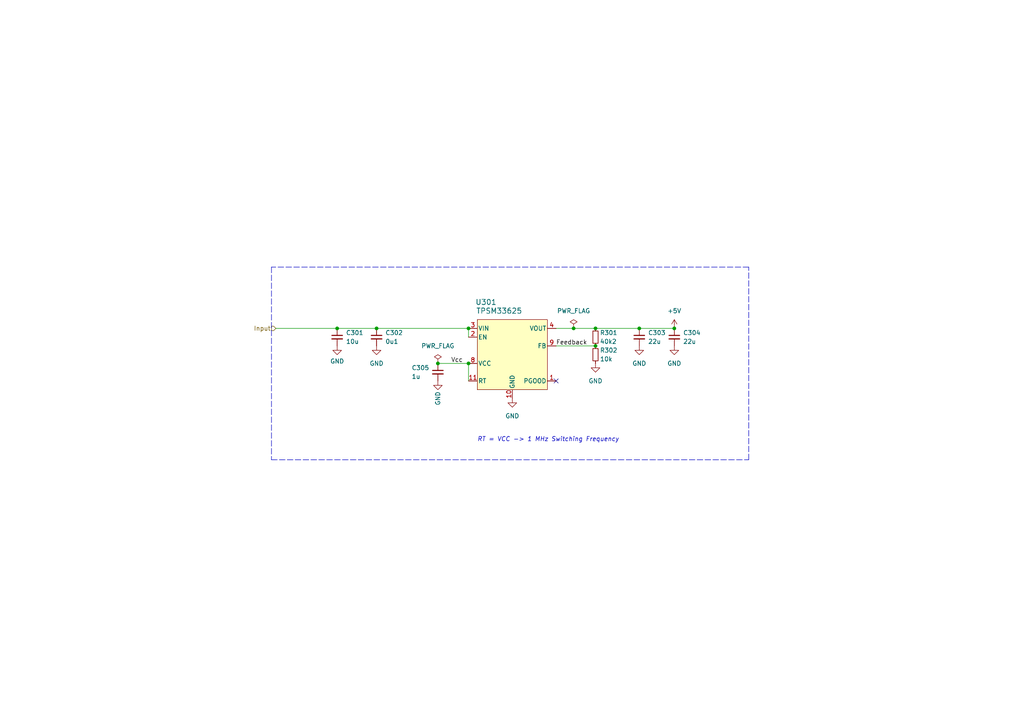
<source format=kicad_sch>
(kicad_sch (version 20231120) (generator "eeschema") (generator_version "8.0")
  (paper "A4")
  (title_block (title "Power Supply") (date "2023-08-08") (rev "3") (company "+5V"))
  (lib_symbols
    (symbol "Device:C_Small" (pin_numbers hide) (pin_names (offset 0.254) hide)
      (property "Reference" "C" (at 0.254 1.778 0))
      (property "Value" "C_Small" (at 0.254 -2.032 0))
      (symbol "C_Small_0_1"
        (polyline (pts (xy -1.524 -0.508) (xy 1.524 -0.508)) (stroke (width 0.3302)))
        (polyline (pts (xy -1.524 0.508) (xy 1.524 0.508)) (stroke (width 0.3048)))
      )
      (symbol "C_Small_1_1"
        (pin passive line (at 0 2.54 270) (length 2.032) (name "~") (number "1"))
        (pin passive line (at 0 -2.54 90) (length 2.032) (name "~") (number "2"))
      )
    )
    (symbol "Device:R_Small" (pin_numbers hide) (pin_names (offset 0.254) hide)
      (property "Reference" "R" (at 0.762 0.508 0))
      (property "Value" "R_Small" (at 0.762 -1.016 0))
      (symbol "R_Small_0_1"
        (rectangle (start -0.762 1.778) (end 0.762 -1.778) (stroke (width 0.2032)))
      )
      (symbol "R_Small_1_1"
        (pin passive line (at 0 2.54 270) (length 0.762) (name "~") (number "1"))
        (pin passive line (at 0 -2.54 90) (length 0.762) (name "~") (number "2"))
      )
    )
    (symbol "V2_Converter_DCDC:TPSM33625" (pin_names (offset 0.254))
      (property "Reference" "U" (at -7.62 15.24 0))
      (property "Value" "TPSM33625" (at -7.62 12.7 0))
      (symbol "TPSM33625_0_1"
        (rectangle (start -10.16 10.16) (end 10.16 -10.16) (fill (type background)))
      )
      (symbol "TPSM33625_1_1"
        (pin output line (at 12.7 -7.62 180) (length 2.54) (name "PGOOD") (number "1"))
        (pin power_in line (at 0 -12.7 90) (length 2.54) (name "GND") (number "10"))
        (pin input line (at -12.7 -7.62 0) (length 2.54) (name "RT") (number "11"))
        (pin input line (at -12.7 5.08 0) (length 2.54) (name "EN") (number "2"))
        (pin power_in line (at -12.7 7.62 0) (length 2.54) (name "VIN") (number "3"))
        (pin power_in line (at 12.7 7.62 180) (length 2.54) (name "VOUT") (number "4"))
        (pin no_connect line (at 0 -30.48 180) (length 2.54) hide (name "SW") (number "5"))
        (pin no_connect line (at 0 -33.02 180) (length 2.54) hide (name "SW") (number "6"))
        (pin no_connect line (at 0 -27.94 180) (length 2.54) hide (name "BOOT") (number "7"))
        (pin power_in line (at -12.7 -2.54 0) (length 2.54) (name "VCC") (number "8"))
        (pin bidirectional line (at 12.7 2.54 180) (length 2.54) (name "FB") (number "9"))
      )
    )
    (symbol "power:+5V" (power) (pin_names (offset 0))
      (property "Value" "+5V" (at 0 3.556 0))
      (symbol "+5V_0_1"
        (polyline (pts (xy -0.762 1.27) (xy 0 2.54)))
        (polyline (pts (xy 0 0) (xy 0 2.54)))
        (polyline (pts (xy 0 2.54) (xy 0.762 1.27)))
      )
      (symbol "+5V_1_1"
        (pin power_in line (at 0 0 90) (length 0) hide (name "+5V") (number "1"))
      )
    )
    (symbol "power:GND" (power) (pin_names (offset 0))
      (property "Value" "GND" (at 0 -3.81 0))
      (symbol "GND_0_1"
        (polyline (pts (xy 0 0) (xy 0 -1.27) (xy 1.27 -1.27) (xy 0 -2.54) (xy -1.27 -1.27) (xy 0 -1.27)))
      )
      (symbol "GND_1_1"
        (pin power_in line (at 0 0 270) (length 0) hide (name "GND") (number "1"))
      )
    )
    (symbol "power:PWR_FLAG" (power) (pin_numbers hide) (pin_names (offset 0) hide)
      (property "Value" "PWR_FLAG" (at 0 3.81 0))
      (symbol "PWR_FLAG_0_0"
        (pin power_out line (at 0 0 90) (length 0) (name "pwr") (number "1"))
      )
      (symbol "PWR_FLAG_0_1"
        (polyline (pts (xy 0 0) (xy 0 1.27) (xy -1.016 1.905) (xy 0 2.54) (xy 1.016 1.905) (xy 0 1.27)))
      )
    )
  )
  (junction (at 166.37 95.25))
  (junction (at 127 105.41))
  (junction (at 185.42 95.25))
  (junction (at 135.89 105.41))
  (junction (at 97.79 95.25))
  (junction (at 135.89 95.25))
  (junction (at 172.72 95.25))
  (junction (at 109.22 95.25))
  (junction (at 172.72 100.33))
  (junction (at 195.58 95.25))
  (no_connect (at 161.29 110.49))
  (wire (pts (xy 135.89 105.41) (xy 135.89 110.49)))
  (wire (pts (xy 80.01 95.25) (xy 97.79 95.25)))
  (polyline (pts (xy 78.74 77.47) (xy 78.74 133.35)) (stroke (width 0) (type dash)))
  (wire (pts (xy 97.79 95.25) (xy 109.22 95.25)))
  (polyline (pts (xy 78.74 133.35) (xy 217.17 133.35)) (stroke (width 0) (type dash)))
  (wire (pts (xy 127 105.41) (xy 135.89 105.41)))
  (wire (pts (xy 161.29 100.33) (xy 172.72 100.33)))
  (wire (pts (xy 185.42 95.25) (xy 195.58 95.25)))
  (wire (pts (xy 109.22 95.25) (xy 135.89 95.25)))
  (wire (pts (xy 166.37 95.25) (xy 172.72 95.25)))
  (wire (pts (xy 172.72 95.25) (xy 185.42 95.25)))
  (polyline (pts (xy 217.17 77.47) (xy 78.74 77.47)) (stroke (width 0) (type dash)))
  (wire (pts (xy 161.29 95.25) (xy 166.37 95.25)))
  (wire (pts (xy 135.89 95.25) (xy 135.89 97.79)))
  (polyline (pts (xy 217.17 133.35) (xy 217.17 77.47)) (stroke (width 0) (type dash)))
  (text "RT = VCC -> 1 MHz Switching Frequency" (at 138.43 128.27 0) (effects (font (size 1.27 1.27) (italic yes)) (justify left bottom)))
  (label "Vcc" (at 130.81 105.41 0))
  (label "Feedback" (at 161.29 100.33 0))
  (hierarchical_label "Input" (shape input) (at 80.01 95.25 180))
  (symbol (lib_id "power:PWR_FLAG") (at 166.37 95.25 0) (unit 1)
    (property "Reference" "#FLG0301" (effects (hide yes)))
    (property "Value" "PWR_FLAG" (at 166.37 90.17 0))
  )
  (symbol (lib_id "V2_Converter_DCDC:TPSM33625") (at 148.59 102.87 0) (unit 1)
    (property "Reference" "U301" (at 140.97 87.63 0) (effects (font (size 1.524 1.524))))
    (property "Value" "TPSM33625" (at 144.78 90.17 0) (effects (font (size 1.524 1.524))))
    (property "Footprint" "V2_Converter_DCDC:TPSM33625" (effects (hide yes)))
  )
  (symbol (lib_id "Device:C_Small") (at 109.22 97.79 0) (unit 1)
    (property "Reference" "C302" (at 111.76 96.52 0) (effects (justify left)))
    (property "Value" "0u1" (at 111.76 99.06 0) (effects (justify left)))
    (property "Footprint" "Capacitor_SMD:C_0603_1608Metric" (effects (hide yes)))
  )
  (symbol (lib_id "Device:C_Small") (at 195.58 97.79 0) (unit 1)
    (property "Reference" "C304" (at 198.12 96.52 0) (effects (justify left)))
    (property "Value" "22u" (at 198.12 99.06 0) (effects (justify left)))
    (property "Footprint" "Capacitor_SMD:C_1210_3225Metric" (effects (hide yes)))
  )
  (symbol (lib_id "Device:R_Small") (at 172.72 97.79 0) (unit 1)
    (property "Reference" "R301" (at 173.99 96.52 0) (effects (justify left)))
    (property "Value" "40k2" (at 173.99 99.06 0) (effects (justify left)))
    (property "Footprint" "Resistor_SMD:R_0603_1608Metric" (effects (hide yes)))
  )
  (symbol (lib_id "power:GND") (at 185.42 100.33 0) (unit 1)
    (property "Reference" "#PWR0304" (effects (hide yes)))
    (property "Value" "GND" (at 185.42 105.41 0))
  )
  (symbol (lib_id "power:GND") (at 195.58 100.33 0) (unit 1)
    (property "Reference" "#PWR0305" (effects (hide yes)))
    (property "Value" "GND" (at 195.58 105.41 0))
  )
  (symbol (lib_id "power:+5V") (at 195.58 95.25 0) (unit 1)
    (property "Reference" "#PWR0301" (effects (hide yes)))
    (property "Value" "+5V" (at 195.58 90.17 0))
  )
  (symbol (lib_id "power:GND") (at 97.79 100.33 0) (unit 1)
    (property "Reference" "#PWR0302" (effects (hide yes)))
    (property "Value" "GND" (at 97.79 104.775 0))
  )
  (symbol (lib_id "power:GND") (at 172.72 105.41 0) (unit 1)
    (property "Reference" "#PWR0306" (effects (hide yes)))
    (property "Value" "GND" (at 172.72 110.49 0))
  )
  (symbol (lib_id "power:GND") (at 109.22 100.33 0) (unit 1)
    (property "Reference" "#PWR0303" (effects (hide yes)))
    (property "Value" "GND" (at 109.22 105.41 0))
  )
  (symbol (lib_id "Device:C_Small") (at 127 107.95 0) (unit 1)
    (property "Reference" "C305" (at 119.38 106.68 0) (effects (justify left)))
    (property "Value" "1u" (at 119.38 109.22 0) (effects (justify left)))
    (property "Footprint" "Capacitor_SMD:C_0603_1608Metric" (effects (hide yes)))
  )
  (symbol (lib_id "Device:C_Small") (at 185.42 97.79 0) (unit 1)
    (property "Reference" "C303" (at 187.96 96.52 0) (effects (justify left)))
    (property "Value" "22u" (at 187.96 99.06 0) (effects (justify left)))
    (property "Footprint" "Capacitor_SMD:C_1210_3225Metric" (effects (hide yes)))
  )
  (symbol (lib_id "power:GND") (at 127 110.49 0) (unit 1)
    (property "Reference" "#PWR0307" (effects (hide yes)))
    (property "Value" "GND" (at 127 115.57 90))
  )
  (symbol (lib_id "Device:R_Small") (at 172.72 102.87 0) (unit 1)
    (property "Reference" "R302" (at 173.99 101.6 0) (effects (justify left)))
    (property "Value" "10k" (at 173.99 104.14 0) (effects (justify left)))
    (property "Footprint" "Resistor_SMD:R_0603_1608Metric" (effects (hide yes)))
  )
  (symbol (lib_id "power:PWR_FLAG") (at 127 105.41 0) (unit 1)
    (property "Reference" "#FLG0302" (effects (hide yes)))
    (property "Value" "PWR_FLAG" (at 127 100.33 0))
  )
  (symbol (lib_id "power:GND") (at 148.59 115.57 0) (unit 1)
    (property "Reference" "#PWR0308" (effects (hide yes)))
    (property "Value" "GND" (at 148.59 120.65 0))
  )
  (symbol (lib_id "Device:C_Small") (at 97.79 97.79 0) (unit 1)
    (property "Reference" "C301" (at 100.33 96.52 0) (effects (justify left)))
    (property "Value" "10u" (at 100.33 99.06 0) (effects (justify left)))
    (property "Footprint" "Capacitor_SMD:C_1210_3225Metric" (effects (hide yes)))
  )
)
</source>
